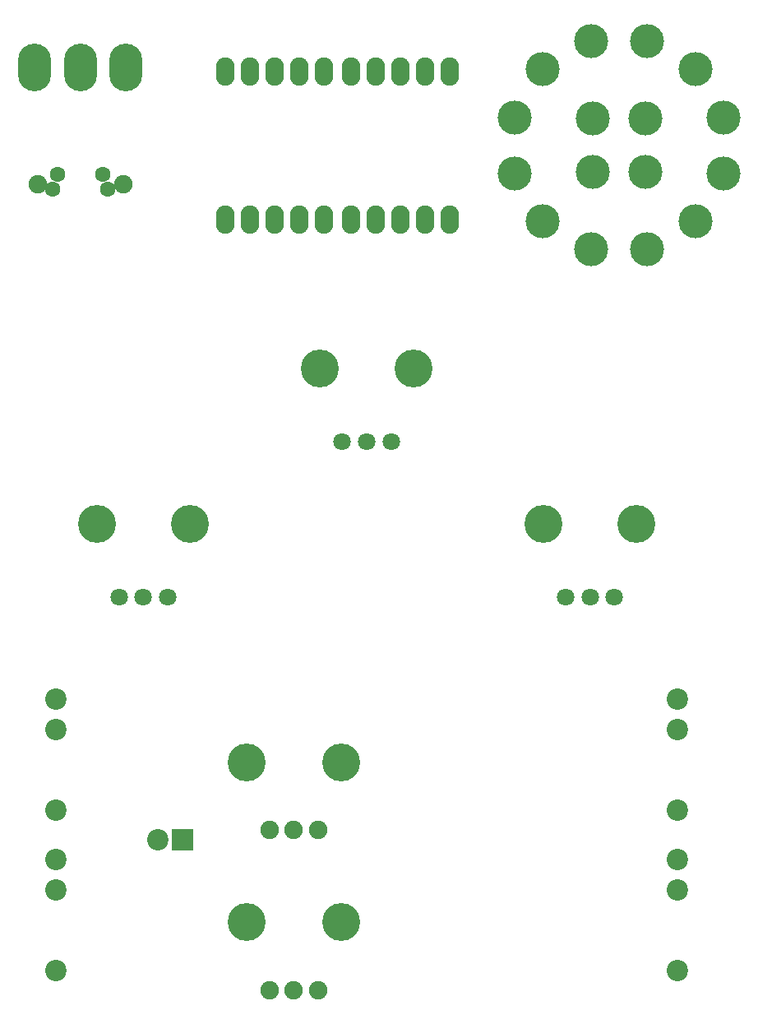
<source format=gbr>
G04 #@! TF.FileFunction,Soldermask,Top*
%FSLAX46Y46*%
G04 Gerber Fmt 4.6, Leading zero omitted, Abs format (unit mm)*
G04 Created by KiCad (PCBNEW 4.0.7) date Mon Nov 20 20:18:14 2017*
%MOMM*%
%LPD*%
G01*
G04 APERTURE LIST*
%ADD10C,0.100000*%
%ADD11C,2.200000*%
%ADD12O,1.924000X2.924000*%
%ADD13R,2.200000X2.200000*%
%ADD14O,3.400000X4.900000*%
%ADD15C,1.900000*%
%ADD16C,1.600000*%
%ADD17C,3.498800*%
%ADD18C,1.800000*%
%ADD19C,3.900000*%
G04 APERTURE END LIST*
D10*
D11*
X7000000Y13380000D03*
X7000000Y16480000D03*
X7000000Y5080000D03*
D12*
X24420000Y82380000D03*
X26960000Y82380000D03*
X29500000Y82380000D03*
X32040000Y82380000D03*
X34580000Y82380000D03*
X34580000Y97620000D03*
X32040000Y97620000D03*
X29500000Y97620000D03*
X26960000Y97620000D03*
X24420000Y97620000D03*
X37420000Y82380000D03*
X39960000Y82380000D03*
X42500000Y82380000D03*
X45040000Y82380000D03*
X47580000Y82380000D03*
X47580000Y97620000D03*
X45040000Y97620000D03*
X42500000Y97620000D03*
X39960000Y97620000D03*
X37420000Y97620000D03*
D13*
X20000000Y18500000D03*
D11*
X17460000Y18500000D03*
D14*
X9500000Y98000000D03*
X14200000Y98000000D03*
X4800000Y98000000D03*
D15*
X5100000Y86000000D03*
X13900000Y86000000D03*
D16*
X12300000Y85500000D03*
X11800000Y87000000D03*
X7200000Y87000000D03*
X6700000Y85500000D03*
D17*
X62124720Y79276120D03*
X57148860Y82148860D03*
X54276120Y87124720D03*
X54276120Y92875280D03*
X57148860Y97851140D03*
X62124720Y100723880D03*
X67875280Y100723880D03*
X72851140Y97851140D03*
X75723880Y92875280D03*
X75723880Y87124720D03*
X72851140Y82148860D03*
X67875280Y79276120D03*
X62274580Y87274580D03*
X62274580Y92725420D03*
X67725420Y92725420D03*
X67725420Y87274580D03*
D11*
X7000000Y29880000D03*
X7000000Y32980000D03*
X7000000Y21580000D03*
X71000000Y29880000D03*
X71000000Y32980000D03*
X71000000Y21580000D03*
X71000000Y13380000D03*
X71000000Y16480000D03*
X71000000Y5080000D03*
D18*
X13500000Y43500000D03*
X16000000Y43500000D03*
X18500000Y43500000D03*
D19*
X11200000Y51000000D03*
X20800000Y51000000D03*
D18*
X36500000Y59500000D03*
X39000000Y59500000D03*
X41500000Y59500000D03*
D19*
X34200000Y67000000D03*
X43800000Y67000000D03*
D18*
X59500000Y43500000D03*
X62000000Y43500000D03*
X64500000Y43500000D03*
D19*
X57200000Y51000000D03*
X66800000Y51000000D03*
D15*
X29000000Y3000000D03*
X31500000Y3000000D03*
X34000000Y3000000D03*
D19*
X36400000Y10000000D03*
X26600000Y10000000D03*
D15*
X29000000Y19500000D03*
X31500000Y19500000D03*
X34000000Y19500000D03*
D19*
X36400000Y26500000D03*
X26600000Y26500000D03*
M02*

</source>
